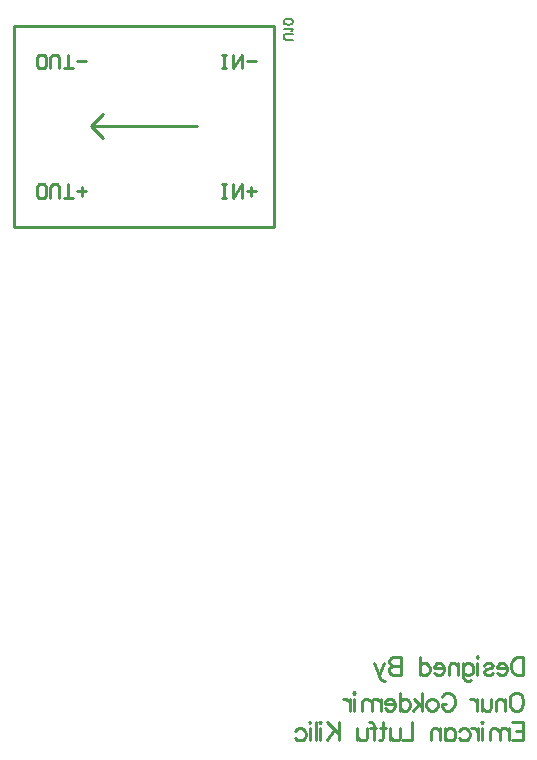
<source format=gbo>
G04*
G04 #@! TF.GenerationSoftware,Altium Limited,Altium Designer,25.0.2 (28)*
G04*
G04 Layer_Color=32896*
%FSLAX44Y44*%
%MOMM*%
G71*
G04*
G04 #@! TF.SameCoordinates,E8353DEC-B648-43D7-BF79-564EE0BAD765*
G04*
G04*
G04 #@! TF.FilePolarity,Positive*
G04*
G01*
G75*
%ADD14C,0.2540*%
%ADD17C,0.1778*%
D14*
X1219040Y1081410D02*
Y1251410D01*
X999040Y1081410D02*
X1219040D01*
X999040D02*
Y1251410D01*
X1219040D01*
X1064040Y1166410D02*
X1154040D01*
X1064040D02*
X1074040Y1156410D01*
X1064040Y1166410D02*
X1074040Y1156410D01*
X1064040Y1166410D02*
X1074040Y1176410D01*
X1430020Y716957D02*
Y701720D01*
Y716957D02*
X1424941D01*
X1422764Y716231D01*
X1421313Y714780D01*
X1420588Y713329D01*
X1419862Y711152D01*
Y707525D01*
X1420588Y705348D01*
X1421313Y703897D01*
X1422764Y702446D01*
X1424941Y701720D01*
X1430020D01*
X1416452Y707525D02*
X1407745D01*
Y708976D01*
X1408471Y710427D01*
X1409196Y711152D01*
X1410648Y711878D01*
X1412824D01*
X1414275Y711152D01*
X1415726Y709701D01*
X1416452Y707525D01*
Y706074D01*
X1415726Y703897D01*
X1414275Y702446D01*
X1412824Y701720D01*
X1410648D01*
X1409196Y702446D01*
X1407745Y703897D01*
X1396499Y709701D02*
X1397225Y711152D01*
X1399401Y711878D01*
X1401578D01*
X1403755Y711152D01*
X1404480Y709701D01*
X1403755Y708250D01*
X1402304Y707525D01*
X1398676Y706799D01*
X1397225Y706074D01*
X1396499Y704622D01*
Y703897D01*
X1397225Y702446D01*
X1399401Y701720D01*
X1401578D01*
X1403755Y702446D01*
X1404480Y703897D01*
X1391856Y716957D02*
X1391130Y716231D01*
X1390405Y716957D01*
X1391130Y717682D01*
X1391856Y716957D01*
X1391130Y711878D02*
Y701720D01*
X1379013Y711878D02*
Y700269D01*
X1379739Y698092D01*
X1380464Y697367D01*
X1381915Y696641D01*
X1384092D01*
X1385543Y697367D01*
X1379013Y709701D02*
X1380464Y711152D01*
X1381915Y711878D01*
X1384092D01*
X1385543Y711152D01*
X1386994Y709701D01*
X1387720Y707525D01*
Y706074D01*
X1386994Y703897D01*
X1385543Y702446D01*
X1384092Y701720D01*
X1381915D01*
X1380464Y702446D01*
X1379013Y703897D01*
X1374950Y711878D02*
Y701720D01*
Y708976D02*
X1372773Y711152D01*
X1371322Y711878D01*
X1369146D01*
X1367695Y711152D01*
X1366969Y708976D01*
Y701720D01*
X1362978Y707525D02*
X1354272D01*
Y708976D01*
X1354997Y710427D01*
X1355723Y711152D01*
X1357174Y711878D01*
X1359350D01*
X1360802Y711152D01*
X1362253Y709701D01*
X1362978Y707525D01*
Y706074D01*
X1362253Y703897D01*
X1360802Y702446D01*
X1359350Y701720D01*
X1357174D01*
X1355723Y702446D01*
X1354272Y703897D01*
X1342300Y716957D02*
Y701720D01*
Y709701D02*
X1343751Y711152D01*
X1345202Y711878D01*
X1347379D01*
X1348830Y711152D01*
X1350281Y709701D01*
X1351007Y707525D01*
Y706074D01*
X1350281Y703897D01*
X1348830Y702446D01*
X1347379Y701720D01*
X1345202D01*
X1343751Y702446D01*
X1342300Y703897D01*
X1326265Y716957D02*
Y701720D01*
Y716957D02*
X1319735D01*
X1317558Y716231D01*
X1316833Y715506D01*
X1316107Y714055D01*
Y712604D01*
X1316833Y711152D01*
X1317558Y710427D01*
X1319735Y709701D01*
X1326265D02*
X1319735D01*
X1317558Y708976D01*
X1316833Y708250D01*
X1316107Y706799D01*
Y704622D01*
X1316833Y703171D01*
X1317558Y702446D01*
X1319735Y701720D01*
X1326265D01*
X1311972Y711878D02*
X1307618Y701720D01*
X1303265Y711878D02*
X1307618Y701720D01*
X1309069Y698818D01*
X1310520Y697367D01*
X1311972Y696641D01*
X1312697D01*
X1425667Y686772D02*
X1427118Y686047D01*
X1428569Y684596D01*
X1429294Y683145D01*
X1430020Y680968D01*
Y677340D01*
X1429294Y675163D01*
X1428569Y673712D01*
X1427118Y672261D01*
X1425667Y671536D01*
X1422764D01*
X1421313Y672261D01*
X1419862Y673712D01*
X1419137Y675163D01*
X1418411Y677340D01*
Y680968D01*
X1419137Y683145D01*
X1419862Y684596D01*
X1421313Y686047D01*
X1422764Y686772D01*
X1425667D01*
X1414856Y681693D02*
Y671536D01*
Y678791D02*
X1412679Y680968D01*
X1411228Y681693D01*
X1409051D01*
X1407600Y680968D01*
X1406875Y678791D01*
Y671536D01*
X1402884Y681693D02*
Y674438D01*
X1402159Y672261D01*
X1400707Y671536D01*
X1398531D01*
X1397080Y672261D01*
X1394903Y674438D01*
Y681693D02*
Y671536D01*
X1390912Y681693D02*
Y671536D01*
Y677340D02*
X1390187Y679517D01*
X1388736Y680968D01*
X1387285Y681693D01*
X1385108D01*
X1360874Y683145D02*
X1361600Y684596D01*
X1363051Y686047D01*
X1364502Y686772D01*
X1367404D01*
X1368855Y686047D01*
X1370307Y684596D01*
X1371032Y683145D01*
X1371758Y680968D01*
Y677340D01*
X1371032Y675163D01*
X1370307Y673712D01*
X1368855Y672261D01*
X1367404Y671536D01*
X1364502D01*
X1363051Y672261D01*
X1361600Y673712D01*
X1360874Y675163D01*
Y677340D01*
X1364502D02*
X1360874D01*
X1353764Y681693D02*
X1355215Y680968D01*
X1356666Y679517D01*
X1357392Y677340D01*
Y675889D01*
X1356666Y673712D01*
X1355215Y672261D01*
X1353764Y671536D01*
X1351587D01*
X1350136Y672261D01*
X1348685Y673712D01*
X1347959Y675889D01*
Y677340D01*
X1348685Y679517D01*
X1350136Y680968D01*
X1351587Y681693D01*
X1353764D01*
X1344622Y686772D02*
Y671536D01*
X1337366Y681693D02*
X1344622Y674438D01*
X1341720Y677340D02*
X1336641Y671536D01*
X1325540Y686772D02*
Y671536D01*
Y679517D02*
X1326991Y680968D01*
X1328442Y681693D01*
X1330618D01*
X1332070Y680968D01*
X1333521Y679517D01*
X1334246Y677340D01*
Y675889D01*
X1333521Y673712D01*
X1332070Y672261D01*
X1330618Y671536D01*
X1328442D01*
X1326991Y672261D01*
X1325540Y673712D01*
X1321476Y677340D02*
X1312770D01*
Y678791D01*
X1313495Y680242D01*
X1314221Y680968D01*
X1315672Y681693D01*
X1317849D01*
X1319300Y680968D01*
X1320751Y679517D01*
X1321476Y677340D01*
Y675889D01*
X1320751Y673712D01*
X1319300Y672261D01*
X1317849Y671536D01*
X1315672D01*
X1314221Y672261D01*
X1312770Y673712D01*
X1309505Y681693D02*
Y671536D01*
Y678791D02*
X1307328Y680968D01*
X1305877Y681693D01*
X1303700D01*
X1302249Y680968D01*
X1301523Y678791D01*
Y671536D01*
Y678791D02*
X1299347Y680968D01*
X1297896Y681693D01*
X1295719D01*
X1294268Y680968D01*
X1293542Y678791D01*
Y671536D01*
X1287303Y686772D02*
X1286577Y686047D01*
X1285851Y686772D01*
X1286577Y687498D01*
X1287303Y686772D01*
X1286577Y681693D02*
Y671536D01*
X1283167Y681693D02*
Y671536D01*
Y677340D02*
X1282441Y679517D01*
X1280990Y680968D01*
X1279539Y681693D01*
X1277362D01*
X1420588Y661667D02*
X1430020D01*
Y646430D01*
X1420588D01*
X1430020Y654411D02*
X1424216D01*
X1418048Y656588D02*
Y646430D01*
Y653686D02*
X1415872Y655862D01*
X1414420Y656588D01*
X1412244D01*
X1410793Y655862D01*
X1410067Y653686D01*
Y646430D01*
Y653686D02*
X1407890Y655862D01*
X1406439Y656588D01*
X1404263D01*
X1402811Y655862D01*
X1402086Y653686D01*
Y646430D01*
X1395846Y661667D02*
X1395121Y660941D01*
X1394395Y661667D01*
X1395121Y662392D01*
X1395846Y661667D01*
X1395121Y656588D02*
Y646430D01*
X1391711Y656588D02*
Y646430D01*
Y652234D02*
X1390985Y654411D01*
X1389534Y655862D01*
X1388083Y656588D01*
X1385906D01*
X1375821Y654411D02*
X1377272Y655862D01*
X1378723Y656588D01*
X1380900D01*
X1382351Y655862D01*
X1383802Y654411D01*
X1384527Y652234D01*
Y650783D01*
X1383802Y648607D01*
X1382351Y647156D01*
X1380900Y646430D01*
X1378723D01*
X1377272Y647156D01*
X1375821Y648607D01*
X1363849Y656588D02*
Y646430D01*
Y654411D02*
X1365300Y655862D01*
X1366751Y656588D01*
X1368928D01*
X1370379Y655862D01*
X1371830Y654411D01*
X1372556Y652234D01*
Y650783D01*
X1371830Y648607D01*
X1370379Y647156D01*
X1368928Y646430D01*
X1366751D01*
X1365300Y647156D01*
X1363849Y648607D01*
X1359786Y656588D02*
Y646430D01*
Y653686D02*
X1357609Y655862D01*
X1356158Y656588D01*
X1353981D01*
X1352530Y655862D01*
X1351805Y653686D01*
Y646430D01*
X1335842Y661667D02*
Y646430D01*
X1327136D01*
X1325467Y656588D02*
Y649332D01*
X1324741Y647156D01*
X1323290Y646430D01*
X1321114D01*
X1319662Y647156D01*
X1317486Y649332D01*
Y656588D02*
Y646430D01*
X1311319Y661667D02*
Y649332D01*
X1310593Y647156D01*
X1309142Y646430D01*
X1307691D01*
X1313495Y656588D02*
X1308416D01*
X1299710Y661667D02*
X1301161D01*
X1302612Y660941D01*
X1303337Y658764D01*
Y646430D01*
X1305514Y656588D02*
X1300435D01*
X1297533D02*
Y649332D01*
X1296807Y647156D01*
X1295356Y646430D01*
X1293180D01*
X1291729Y647156D01*
X1289552Y649332D01*
Y656588D02*
Y646430D01*
X1273589Y661667D02*
Y646430D01*
X1263432Y661667D02*
X1273589Y651509D01*
X1269962Y655137D02*
X1263432Y646430D01*
X1258570Y661667D02*
X1257845Y660941D01*
X1257119Y661667D01*
X1257845Y662392D01*
X1258570Y661667D01*
X1257845Y656588D02*
Y646430D01*
X1254435Y661667D02*
Y646430D01*
X1249791Y661667D02*
X1249066Y660941D01*
X1248340Y661667D01*
X1249066Y662392D01*
X1249791Y661667D01*
X1249066Y656588D02*
Y646430D01*
X1236949Y654411D02*
X1238400Y655862D01*
X1239851Y656588D01*
X1242028D01*
X1243479Y655862D01*
X1244930Y654411D01*
X1245655Y652234D01*
Y650783D01*
X1244930Y648607D01*
X1243479Y647156D01*
X1242028Y646430D01*
X1239851D01*
X1238400Y647156D01*
X1236949Y648607D01*
X1023805Y1105697D02*
X1019996D01*
X1018092Y1107601D01*
Y1115219D01*
X1019996Y1117123D01*
X1023805D01*
X1025709Y1115219D01*
Y1107601D01*
X1023805Y1105697D01*
X1029518D02*
Y1115219D01*
X1031422Y1117123D01*
X1035231D01*
X1037135Y1115219D01*
Y1105697D01*
X1040944D02*
X1048562D01*
X1044753D01*
Y1117123D01*
X1052371Y1111410D02*
X1059988D01*
X1056179Y1107601D02*
Y1115219D01*
X1174757Y1105697D02*
X1178566D01*
X1176661D01*
Y1117123D01*
X1174757D01*
X1178566D01*
X1184279D02*
Y1105697D01*
X1191897Y1117123D01*
Y1105697D01*
X1195705Y1111410D02*
X1203323D01*
X1199514Y1107601D02*
Y1115219D01*
X1023805Y1215697D02*
X1019996D01*
X1018092Y1217601D01*
Y1225219D01*
X1019996Y1227123D01*
X1023805D01*
X1025709Y1225219D01*
Y1217601D01*
X1023805Y1215697D01*
X1029518D02*
Y1225219D01*
X1031422Y1227123D01*
X1035231D01*
X1037135Y1225219D01*
Y1215697D01*
X1040944D02*
X1048562D01*
X1044753D01*
Y1227123D01*
X1052371Y1221410D02*
X1059988D01*
X1174757Y1215697D02*
X1178566D01*
X1176661D01*
Y1227123D01*
X1174757D01*
X1178566D01*
X1184279D02*
Y1215697D01*
X1191897Y1227123D01*
Y1215697D01*
X1195705Y1221410D02*
X1203323D01*
D17*
X1234844Y1239520D02*
X1229403D01*
X1228314Y1239883D01*
X1227589Y1240608D01*
X1227226Y1241697D01*
Y1242422D01*
X1227589Y1243511D01*
X1228314Y1244236D01*
X1229403Y1244599D01*
X1234844D01*
X1233393Y1246703D02*
X1233756Y1247429D01*
X1234844Y1248517D01*
X1227226D01*
X1234844Y1254466D02*
X1234482Y1253378D01*
X1233393Y1252653D01*
X1231579Y1252290D01*
X1230491D01*
X1228677Y1252653D01*
X1227589Y1253378D01*
X1227226Y1254466D01*
Y1255192D01*
X1227589Y1256280D01*
X1228677Y1257006D01*
X1230491Y1257369D01*
X1231579D01*
X1233393Y1257006D01*
X1234482Y1256280D01*
X1234844Y1255192D01*
Y1254466D01*
M02*

</source>
